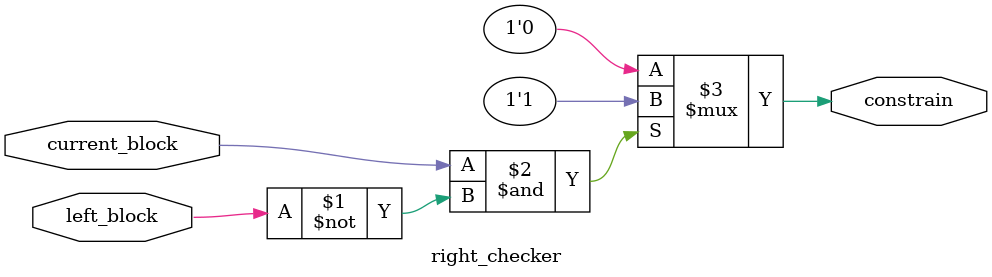
<source format=sv>
module right_checker (
					input current_block, left_block,
					output constrain
);

	// if the current block exists, we are checking to see if it has a neighbor to the left. 
	// if not does not, that means the character cannot move past the current block in the rightward direction
	assign constrain = ( current_block & ~left_block ? 1'b1 : 1'b0 );
		
endmodule

</source>
